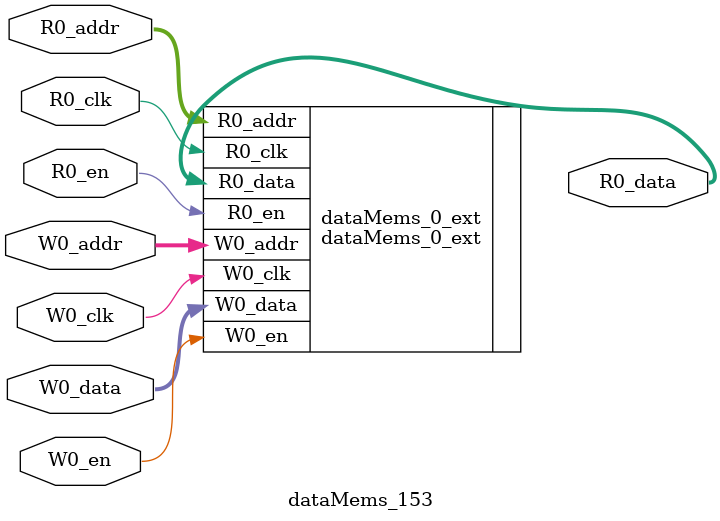
<source format=sv>
`ifndef RANDOMIZE
  `ifdef RANDOMIZE_REG_INIT
    `define RANDOMIZE
  `endif // RANDOMIZE_REG_INIT
`endif // not def RANDOMIZE
`ifndef RANDOMIZE
  `ifdef RANDOMIZE_MEM_INIT
    `define RANDOMIZE
  `endif // RANDOMIZE_MEM_INIT
`endif // not def RANDOMIZE

`ifndef RANDOM
  `define RANDOM $random
`endif // not def RANDOM

// Users can define 'PRINTF_COND' to add an extra gate to prints.
`ifndef PRINTF_COND_
  `ifdef PRINTF_COND
    `define PRINTF_COND_ (`PRINTF_COND)
  `else  // PRINTF_COND
    `define PRINTF_COND_ 1
  `endif // PRINTF_COND
`endif // not def PRINTF_COND_

// Users can define 'ASSERT_VERBOSE_COND' to add an extra gate to assert error printing.
`ifndef ASSERT_VERBOSE_COND_
  `ifdef ASSERT_VERBOSE_COND
    `define ASSERT_VERBOSE_COND_ (`ASSERT_VERBOSE_COND)
  `else  // ASSERT_VERBOSE_COND
    `define ASSERT_VERBOSE_COND_ 1
  `endif // ASSERT_VERBOSE_COND
`endif // not def ASSERT_VERBOSE_COND_

// Users can define 'STOP_COND' to add an extra gate to stop conditions.
`ifndef STOP_COND_
  `ifdef STOP_COND
    `define STOP_COND_ (`STOP_COND)
  `else  // STOP_COND
    `define STOP_COND_ 1
  `endif // STOP_COND
`endif // not def STOP_COND_

// Users can define INIT_RANDOM as general code that gets injected into the
// initializer block for modules with registers.
`ifndef INIT_RANDOM
  `define INIT_RANDOM
`endif // not def INIT_RANDOM

// If using random initialization, you can also define RANDOMIZE_DELAY to
// customize the delay used, otherwise 0.002 is used.
`ifndef RANDOMIZE_DELAY
  `define RANDOMIZE_DELAY 0.002
`endif // not def RANDOMIZE_DELAY

// Define INIT_RANDOM_PROLOG_ for use in our modules below.
`ifndef INIT_RANDOM_PROLOG_
  `ifdef RANDOMIZE
    `ifdef VERILATOR
      `define INIT_RANDOM_PROLOG_ `INIT_RANDOM
    `else  // VERILATOR
      `define INIT_RANDOM_PROLOG_ `INIT_RANDOM #`RANDOMIZE_DELAY begin end
    `endif // VERILATOR
  `else  // RANDOMIZE
    `define INIT_RANDOM_PROLOG_
  `endif // RANDOMIZE
`endif // not def INIT_RANDOM_PROLOG_

// Include register initializers in init blocks unless synthesis is set
`ifndef SYNTHESIS
  `ifndef ENABLE_INITIAL_REG_
    `define ENABLE_INITIAL_REG_
  `endif // not def ENABLE_INITIAL_REG_
`endif // not def SYNTHESIS

// Include rmemory initializers in init blocks unless synthesis is set
`ifndef SYNTHESIS
  `ifndef ENABLE_INITIAL_MEM_
    `define ENABLE_INITIAL_MEM_
  `endif // not def ENABLE_INITIAL_MEM_
`endif // not def SYNTHESIS

module dataMems_153(	// @[generators/ara/src/main/scala/UnsafeAXI4ToTL.scala:365:62]
  input  [4:0]   R0_addr,
  input          R0_en,
  input          R0_clk,
  output [130:0] R0_data,
  input  [4:0]   W0_addr,
  input          W0_en,
  input          W0_clk,
  input  [130:0] W0_data
);

  dataMems_0_ext dataMems_0_ext (	// @[generators/ara/src/main/scala/UnsafeAXI4ToTL.scala:365:62]
    .R0_addr (R0_addr),
    .R0_en   (R0_en),
    .R0_clk  (R0_clk),
    .R0_data (R0_data),
    .W0_addr (W0_addr),
    .W0_en   (W0_en),
    .W0_clk  (W0_clk),
    .W0_data (W0_data)
  );
endmodule


</source>
